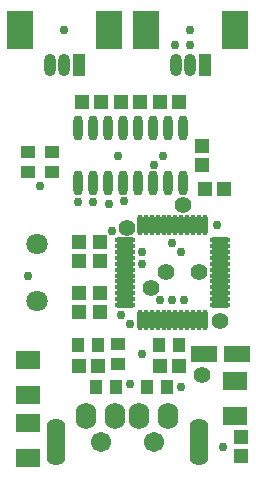
<source format=gts>
%FSLAX44Y44*%
%MOMM*%
G71*
G01*
G75*
G04 Layer_Color=8388736*
%ADD10C,0.2540*%
%ADD11C,0.3810*%
%ADD12C,0.5080*%
%ADD13R,0.9000X1.0000*%
%ADD14R,2.1000X3.0000*%
%ADD15R,0.8000X1.7000*%
%ADD16O,0.8000X1.7000*%
%ADD17R,1.0000X0.9000*%
%ADD18R,1.0000X1.0000*%
%ADD19O,0.6000X1.9000*%
%ADD20R,1.0000X1.0000*%
%ADD21R,1.8000X1.3000*%
%ADD22O,1.5500X0.2500*%
%ADD23O,0.2500X1.5500*%
%ADD24R,2.0000X1.2000*%
%ADD25C,0.7620*%
%ADD26C,1.2700*%
%ADD27C,0.8890*%
%ADD28C,1.6000*%
%ADD29O,1.4000X3.8000*%
%ADD30O,1.5240X2.0320*%
%ADD31C,1.5000*%
%ADD32C,0.7000*%
%ADD33C,1.2000*%
%ADD34C,0.4000*%
%ADD35C,0.2500*%
%ADD36C,0.2000*%
%ADD37C,0.6000*%
%ADD38C,0.1016*%
%ADD39R,1.1032X1.2032*%
%ADD40R,2.3032X3.2032*%
%ADD41R,1.0032X1.9032*%
%ADD42O,1.0032X1.9032*%
%ADD43R,1.2032X1.1032*%
%ADD44R,1.2032X1.2032*%
%ADD45O,0.8032X2.1032*%
%ADD46R,1.2032X1.2032*%
%ADD47R,2.0032X1.5032*%
%ADD48O,1.7532X0.4532*%
%ADD49O,0.4532X1.7532*%
%ADD50R,2.2032X1.4032*%
%ADD51C,1.8032*%
%ADD52O,1.6032X4.0032*%
%ADD53O,1.7272X2.2352*%
%ADD54C,1.7032*%
%ADD55C,0.7508*%
%ADD56C,1.4032*%
D39*
X140580Y71120D02*
D03*
X123580D02*
D03*
X97400D02*
D03*
X80400D02*
D03*
X133740Y106680D02*
D03*
X150740D02*
D03*
X82160D02*
D03*
X65160D02*
D03*
D40*
X15465Y372890D02*
D03*
X91215D02*
D03*
X122145D02*
D03*
X197895D02*
D03*
D41*
X65715Y343390D02*
D03*
X172395D02*
D03*
D42*
X53215D02*
D03*
X40715D02*
D03*
X159895D02*
D03*
X147395D02*
D03*
D43*
X43180Y270120D02*
D03*
Y253120D02*
D03*
X22860Y270120D02*
D03*
Y253120D02*
D03*
X99060Y107560D02*
D03*
Y90560D02*
D03*
D44*
X84200Y312420D02*
D03*
X68200D02*
D03*
X150240D02*
D03*
X134240D02*
D03*
X172340Y238760D02*
D03*
X188340D02*
D03*
X101220Y312420D02*
D03*
X117220D02*
D03*
X150240Y88900D02*
D03*
X134240D02*
D03*
X81660D02*
D03*
X65660D02*
D03*
D45*
X64770Y243200D02*
D03*
X77470D02*
D03*
X90170D02*
D03*
X102870D02*
D03*
X115570D02*
D03*
X128270D02*
D03*
X140970D02*
D03*
X153670D02*
D03*
X64770Y290200D02*
D03*
X77470D02*
D03*
X90170D02*
D03*
X102870D02*
D03*
X115570D02*
D03*
X128270D02*
D03*
X140970D02*
D03*
X153670D02*
D03*
D46*
X66040Y193420D02*
D03*
Y177420D02*
D03*
Y134240D02*
D03*
Y150240D02*
D03*
X170180Y258700D02*
D03*
Y274700D02*
D03*
X83820Y177420D02*
D03*
Y193420D02*
D03*
Y134240D02*
D03*
Y150240D02*
D03*
X203200Y28320D02*
D03*
Y12320D02*
D03*
D47*
X22860Y93240D02*
D03*
Y64240D02*
D03*
X22860Y39900D02*
D03*
Y10900D02*
D03*
X198120Y75460D02*
D03*
Y46460D02*
D03*
D48*
X104530Y140140D02*
D03*
Y145140D02*
D03*
Y150140D02*
D03*
Y155140D02*
D03*
Y160140D02*
D03*
Y165140D02*
D03*
Y170140D02*
D03*
Y175140D02*
D03*
Y180140D02*
D03*
Y185140D02*
D03*
Y190140D02*
D03*
Y195140D02*
D03*
X185030D02*
D03*
Y190140D02*
D03*
Y185140D02*
D03*
Y180140D02*
D03*
Y175140D02*
D03*
Y170140D02*
D03*
Y165140D02*
D03*
Y160140D02*
D03*
Y155140D02*
D03*
Y150140D02*
D03*
Y145140D02*
D03*
Y140140D02*
D03*
D49*
X117280Y207890D02*
D03*
X122280D02*
D03*
X127280D02*
D03*
X132280D02*
D03*
X137280D02*
D03*
X142280D02*
D03*
X147280D02*
D03*
X152280D02*
D03*
X157280D02*
D03*
X162280D02*
D03*
X167280D02*
D03*
X172280D02*
D03*
Y127390D02*
D03*
X167280D02*
D03*
X162280D02*
D03*
X157280D02*
D03*
X152280D02*
D03*
X147280D02*
D03*
X142280D02*
D03*
X137280D02*
D03*
X132280D02*
D03*
X127280D02*
D03*
X122280D02*
D03*
X117280D02*
D03*
D50*
X171420Y99060D02*
D03*
X199420D02*
D03*
D51*
X30480Y143240D02*
D03*
Y192040D02*
D03*
D52*
X167005Y24384D02*
D03*
X45847D02*
D03*
D53*
X116459Y46228D02*
D03*
X141351D02*
D03*
X96393D02*
D03*
X71501D02*
D03*
D54*
X129413Y24384D02*
D03*
X83947D02*
D03*
D55*
X152400Y71120D02*
D03*
X187960Y20320D02*
D03*
X109220Y73660D02*
D03*
X22860Y165100D02*
D03*
X182880Y208280D02*
D03*
X160020Y360680D02*
D03*
X147320D02*
D03*
X137160Y266700D02*
D03*
X129540Y259080D02*
D03*
X99060Y266700D02*
D03*
X33020Y241300D02*
D03*
X77470Y227330D02*
D03*
X64770D02*
D03*
X93980Y203200D02*
D03*
X119380Y185420D02*
D03*
X104140Y228600D02*
D03*
X91440Y226060D02*
D03*
X152400Y185420D02*
D03*
X144780Y193040D02*
D03*
X53340Y373380D02*
D03*
X160020D02*
D03*
X119380Y175260D02*
D03*
X134620Y144780D02*
D03*
X119380Y99060D02*
D03*
X144780Y144780D02*
D03*
X154940D02*
D03*
X101600Y132080D02*
D03*
X109220Y124460D02*
D03*
D56*
X167537Y167743D02*
D03*
X170180Y81280D02*
D03*
X139700Y167743D02*
D03*
X106680Y205740D02*
D03*
X153670Y224790D02*
D03*
X127000Y154940D02*
D03*
X185420Y127000D02*
D03*
M02*

</source>
